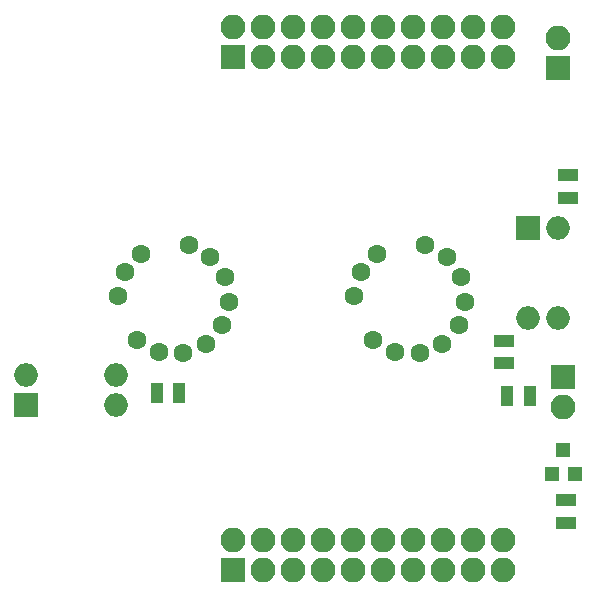
<source format=gbr>
G04 #@! TF.FileFunction,Soldermask,Bot*
%FSLAX46Y46*%
G04 Gerber Fmt 4.6, Leading zero omitted, Abs format (unit mm)*
G04 Created by KiCad (PCBNEW 4.0.4-stable) date 12/02/17 22:43:03*
%MOMM*%
%LPD*%
G01*
G04 APERTURE LIST*
%ADD10C,0.100000*%
%ADD11C,1.600000*%
%ADD12R,2.100000X2.100000*%
%ADD13O,2.100000X2.100000*%
%ADD14R,2.000000X2.000000*%
%ADD15O,2.000000X2.000000*%
%ADD16R,1.700000X1.100000*%
%ADD17R,1.100000X1.700000*%
%ADD18R,1.200000X1.300000*%
G04 APERTURE END LIST*
D10*
D11*
X122256460Y-96188505D03*
X120880439Y-97771498D03*
X120307250Y-99761261D03*
X121894545Y-103522776D03*
X123725524Y-104519979D03*
X125816146Y-104628596D03*
X127743540Y-103811495D03*
X129123034Y-102248198D03*
X129692750Y-100238739D03*
X129328089Y-98170643D03*
X128105455Y-96477224D03*
X126274476Y-95480021D03*
X102256460Y-96188505D03*
X100880439Y-97771498D03*
X100307250Y-99761261D03*
X101894545Y-103522776D03*
X103725524Y-104519979D03*
X105816146Y-104628596D03*
X107743540Y-103811495D03*
X109123034Y-102248198D03*
X109692750Y-100238739D03*
X109328089Y-98170643D03*
X108105455Y-96477224D03*
X106274476Y-95480021D03*
D12*
X138000000Y-106600000D03*
D13*
X138000000Y-109140000D03*
D14*
X135000000Y-94000000D03*
D15*
X137540000Y-101620000D03*
X137540000Y-94000000D03*
X135000000Y-101620000D03*
D12*
X110000000Y-123000000D03*
D13*
X110000000Y-120460000D03*
X112540000Y-123000000D03*
X112540000Y-120460000D03*
X115080000Y-123000000D03*
X115080000Y-120460000D03*
X117620000Y-123000000D03*
X117620000Y-120460000D03*
X120160000Y-123000000D03*
X120160000Y-120460000D03*
X122700000Y-123000000D03*
X122700000Y-120460000D03*
X125240000Y-123000000D03*
X125240000Y-120460000D03*
X127780000Y-123000000D03*
X127780000Y-120460000D03*
X130320000Y-123000000D03*
X130320000Y-120460000D03*
X132860000Y-123000000D03*
X132860000Y-120460000D03*
D12*
X110000000Y-79500000D03*
D13*
X110000000Y-76960000D03*
X112540000Y-79500000D03*
X112540000Y-76960000D03*
X115080000Y-79500000D03*
X115080000Y-76960000D03*
X117620000Y-79500000D03*
X117620000Y-76960000D03*
X120160000Y-79500000D03*
X120160000Y-76960000D03*
X122700000Y-79500000D03*
X122700000Y-76960000D03*
X125240000Y-79500000D03*
X125240000Y-76960000D03*
X127780000Y-79500000D03*
X127780000Y-76960000D03*
X130320000Y-79500000D03*
X130320000Y-76960000D03*
X132860000Y-79500000D03*
X132860000Y-76960000D03*
D14*
X92500000Y-109000000D03*
D15*
X100120000Y-106460000D03*
X92500000Y-106460000D03*
X100120000Y-109000000D03*
D16*
X138400000Y-91450000D03*
X138400000Y-89550000D03*
D17*
X103550000Y-108000000D03*
X105450000Y-108000000D03*
D16*
X133000000Y-103550000D03*
X133000000Y-105450000D03*
D18*
X138950000Y-114800000D03*
X137050000Y-114800000D03*
X138000000Y-112800000D03*
D16*
X138200000Y-117050000D03*
X138200000Y-118950000D03*
D17*
X135150000Y-108200000D03*
X133250000Y-108200000D03*
D12*
X137500000Y-80500000D03*
D13*
X137500000Y-77960000D03*
M02*

</source>
